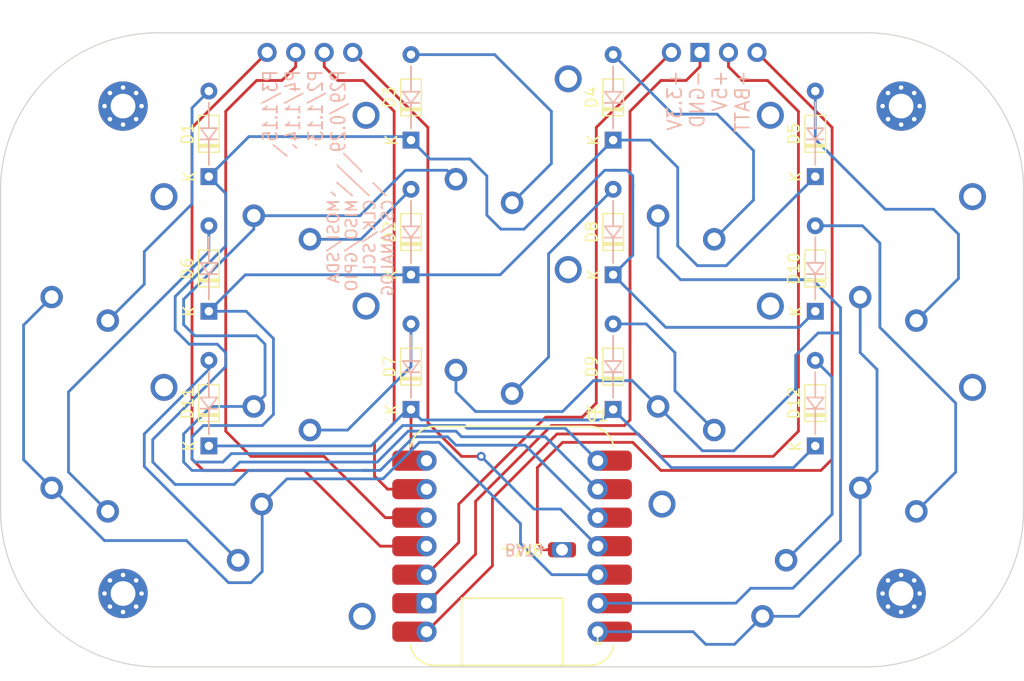
<source format=kicad_pcb>
(kicad_pcb (version 20221018) (generator pcbnew)
  (layers (0 "F.Cu" signal) (31 "B.Cu" signal) (34 "B.Paste" user) (35 "F.Paste" user) (36 "B.SilkS" user "B.Silkscreen") (37 "F.SilkS" user "F.Silkscreen") (38 "B.Mask" user) (39 "F.Mask" user) (44 "Edge.Cuts" user))
  (net 0 "")
  (net 1 "Net-(D1-A)")
  (net 2 "Net-(D2-A)")
  (net 3 "Net-(D3-A)")
  (net 4 "Net-(D4-A)")
  (net 5 "Net-(D5-A)")
  (net 6 "Net-(D6-A)")
  (net 7 "Net-(D8-A)")
  (net 8 "Net-(D9-A)")
  (net 9 "Net-(D10-A)")
  (net 10 "Net-(D11-A)")
  (net 11 "Net-(D12-A)")
  (net 12 "GND")
  (net 13 "SPI-MOSI{slash}I2C-DA")
  (net 14 "SPI-MISO")
  (net 15 "SPI-CK{slash}I2C-CL")
  (net 16 "Net-(D7-A)")
  (net 17 "+5V")
  (net 18 "+3.3V")
  (net 19 "+BATT")
  (net 20 "ROW0")
  (net 21 "ROW1")
  (net 22 "ROW2")
  (net 23 "COL0")
  (net 24 "COL1")
  (net 25 "COL2")
  (net 26 "COL3")
  (net 27 "GPIO{slash}ANALOG")
  (footprint "PCM_marbastlib-xp-choc:SW_choc_v1+v2_1u" (layer "F.Cu") (at 99 76)
    (fp_text reference "CH3" hide)
    (fp_text value "choc_SW_solder" hide)
  )
  (footprint "Diode_THT:D_DO-34_SOD68_P7.62mm_Horizontal" (layer "F.Cu") (at 126 91.565 90)
    (fp_text reference "D10")
    (fp_text value "D_Small")
  )
  (footprint "MountingHole:MountingHole_2.2mm_M2_Pad_Via" (layer "F.Cu") (at 133.643592 116.718592)
    (fp_text reference "H4" hide)
    (fp_text value "MountingHole")
  )
  (footprint "Connector_PinHeader_2.54mm:PinHeader_1x04_P2.54mm_Vertical" (layer "F.Cu") (at 117 68.5 90)
    (fp_text reference "J1" hide)
    (fp_text value "Conn_01x04")
  )
  (footprint "Diode_THT:D_DO-34_SOD68_P7.62mm_Horizontal" (layer "F.Cu") (at 72 103.565 90)
    (fp_text reference "D11")
    (fp_text value "D_Small")
  )
  (footprint "MountingHole:MountingHole_2.2mm_M2_Pad_Via" (layer "F.Cu") (at 64.356408 73.281408)
    (fp_text reference "H1" hide)
    (fp_text value "MountingHole")
  )
  (footprint "Diode_THT:D_DO-34_SOD68_P7.62mm_Horizontal" (layer "F.Cu") (at 90 88.315 90)
    (fp_text reference "D2")
    (fp_text value "D_Small")
  )
  (footprint "Diode_THT:D_DO-34_SOD68_P7.62mm_Horizontal" (layer "F.Cu") (at 126 79.565 90)
    (fp_text reference "D5")
    (fp_text value "D_Small")
  )
  (footprint "PCM_marbastlib-xp-choc:SW_choc_v1+v2_1u" (layer "F.Cu") (at 80.5 113.75 -90)
    (fp_text reference "CH11" hide)
    (fp_text value "choc_SW_solder" hide)
  )
  (footprint "PCM_marbastlib-xp-choc:SW_choc_v1+v2_1u" (layer "F.Cu") (at 81 79.25)
    (fp_text reference "CH2" hide)
    (fp_text value "choc_SW_solder" hide)
  )
  (footprint "Diode_THT:D_DO-34_SOD68_P7.62mm_Horizontal" (layer "F.Cu") (at 108 76.315 90)
    (fp_text reference "D4")
    (fp_text value "D_Small")
  )
  (footprint "PCM_marbastlib-xp-promicroish:Xiao_nRF52840_ACH" (layer "F.Cu") (at 99 112.5 180)
    (fp_text reference "U1")
    (fp_text value "Seeeduino Xiao nRF52840")
  )
  (footprint "Diode_THT:D_DO-34_SOD68_P7.62mm_Horizontal" (layer "F.Cu") (at 72 91.565 90)
    (fp_text reference "D6")
    (fp_text value "D_Small")
  )
  (footprint "PCM_marbastlib-xp-choc:SW_choc_v1+v2_1u" (layer "F.Cu") (at 81 96.25)
    (fp_text reference "CH7" hide)
    (fp_text value "choc_SW_solder" hide)
  )
  (footprint "Diode_THT:D_DO-34_SOD68_P7.62mm_Horizontal" (layer "F.Cu") (at 72 79.565 90)
    (fp_text reference "D1")
    (fp_text value "D_Small")
  )
  (footprint "PCM_marbastlib-xp-choc:SW_choc_v1+v2_1u" (layer "F.Cu") (at 117 96.25)
    (fp_text reference "CH9" hide)
    (fp_text value "choc_SW_solder" hide)
  )
  (footprint "PCM_marbastlib-xp-choc:SW_choc_v1+v2_1u" (layer "F.Cu") (at 135 103.5)
    (fp_text reference "CH10" hide)
    (fp_text value "choc_SW_solder" hide)
  )
  (footprint "PCM_marbastlib-xp-choc:SW_choc_v1+v2_1u" (layer "F.Cu") (at 135 86.5)
    (fp_text reference "CH5" hide)
    (fp_text value "choc_SW_solder" hide)
  )
  (footprint "PCM_marbastlib-xp-choc:SW_choc_v1+v2_1u" (layer "F.Cu") (at 99 93)
    (fp_text reference "CH8" hide)
    (fp_text value "choc_SW_solder" hide)
  )
  (footprint "Diode_THT:D_DO-34_SOD68_P7.62mm_Horizontal" (layer "F.Cu") (at 90 100.315 90)
    (fp_text reference "D7")
    (fp_text value "D_Small")
  )
  (footprint "MountingHole:MountingHole_2.2mm_M2_Pad_Via" (layer "F.Cu") (at 133.643592 73.281408)
    (fp_text reference "H2" hide)
    (fp_text value "MountingHole")
  )
  (footprint "Connector_PinHeader_2.54mm:PinHeader_1x04_P2.54mm_Vertical" (layer "F.Cu") (at 81 68.5 90)
    (fp_text reference "J2" hide)
    (fp_text value "Conn_01x04")
  )
  (footprint "PCM_marbastlib-xp-choc:SW_choc_v1+v2_1u" (layer "F.Cu") (at 117.5 113.75 90)
    (fp_text reference "CH12" hide)
    (fp_text value "choc_SW_solder" hide)
  )
  (footprint "Diode_THT:D_DO-34_SOD68_P7.62mm_Horizontal" (layer "F.Cu") (at 126 103.565 90)
    (fp_text reference "D12")
    (fp_text value "D_Small")
  )
  (footprint "MountingHole:MountingHole_2.2mm_M2_Pad_Via" (layer "F.Cu") (at 64.356408 116.718592)
    (fp_text reference "H3" hide)
    (fp_text value "MountingHole")
  )
  (footprint "Diode_THT:D_DO-34_SOD68_P7.62mm_Horizontal" (layer "F.Cu") (at 90 76.315 90)
    (fp_text reference "D3")
    (fp_text value "D_Small")
  )
  (footprint "Diode_THT:D_DO-34_SOD68_P7.62mm_Horizontal" (layer "F.Cu") (at 108 88.315 90)
    (fp_text reference "D8")
    (fp_text value "D_Small")
  )
  (footprint "Diode_THT:D_DO-34_SOD68_P7.62mm_Horizontal" (layer "F.Cu") (at 108 100.315 90)
    (fp_text reference "D9")
    (fp_text value "D_Small")
  )
  (footprint "PCM_marbastlib-xp-choc:SW_choc_v1+v2_1u" (layer "F.Cu") (at 117 79.25)
    (fp_text reference "CH4" hide)
    (fp_text value "choc_SW_solder" hide)
  )
  (footprint "PCM_marbastlib-xp-choc:SW_choc_v1+v2_1u" (layer "F.Cu") (at 63 86.5)
    (fp_text reference "CH1" hide)
    (fp_text value "choc_SW_solder" hide)
  )
  (footprint "PCM_marbastlib-xp-choc:SW_choc_v1+v2_1u" (layer "F.Cu") (at 63 103.5)
    (fp_text reference "CH6" hide)
    (fp_text value "choc_SW_solder" hide)
  )
  (gr_line (start 87.75 81.25) (end 84 77.5) (stroke (width 0.15)) (layer "B.SilkS"))
  (gr_line (start 72.75 99.25) (end 72 100.25) (stroke (width 0.15)) (layer "B.SilkS"))
  (gr_line (start 108 72) (end 108 69.75) (stroke (width 0.15)) (layer "B.SilkS"))
  (gr_line (start 107.25 73) (end 108.75 73) (stroke (width 0.15)) (layer "B.SilkS"))
  (gr_line (start 71.25 87.25) (end 72.75 87.25) (stroke (width 0.15)) (layer "B.SilkS"))
  (gr_line (start 90 85) (end 89.25 84) (stroke (width 0.15)) (layer "B.SilkS"))
  (gr_line (start 126 88.25) (end 125.25 87.25) (stroke (width 0.15)) (layer "B.SilkS"))
  (gr_line (start 90.75 72) (end 90 73) (stroke (width 0.15)) (layer "B.SilkS"))
  (gr_line (start 125.25 76.25) (end 126.75 76.25) (stroke (width 0.15)) (layer "B.SilkS"))
  (gr_line (start 108 96) (end 108 93.75) (stroke (width 0.15)) (layer "B.SilkS"))
  (gr_line (start 72 88.25) (end 71.25 87.25) (stroke (width 0.15)) (layer "B.SilkS"))
  (gr_line (start 89.25 72) (end 90.75 72) (stroke (width 0.15)) (layer "B.SilkS"))
  (gr_line (start 90 97) (end 89.25 96) (stroke (width 0.15)) (layer "B.SilkS"))
  (gr_line (start 125.25 100.25) (end 126.75 100.25) (stroke (width 0.15)) (layer "B.SilkS"))
  (gr_line (start 125.25 87.25) (end 126.75 87.25) (stroke (width 0.15)) (layer "B.SilkS"))
  (gr_line (start 90 97) (end 90 99.25) (stroke (width 0.15)) (layer "B.SilkS"))
  (gr_line (start 71.25 100.25) (end 72.75 100.25) (stroke (width 0.15)) (layer "B.SilkS"))
  (gr_line (start 72 100.25) (end 72 102.5) (stroke (width 0.15)) (layer "B.SilkS"))
  (gr_line (start 72.75 75.25) (end 72 76.25) (stroke (width 0.15)) (layer "B.SilkS"))
  (gr_line (start 72.75 87.25) (end 72 88.25) (stroke (width 0.15)) (layer "B.SilkS"))
  (gr_line (start 108 85) (end 107.25 84) (stroke (width 0.15)) (layer "B.SilkS"))
  (gr_line (start 89.25 84) (end 90.75 84) (stroke (width 0.15)) (layer "B.SilkS"))
  (gr_line (start 72 99.25) (end 72 97) (stroke (width 0.15)) (layer "B.SilkS"))
  (gr_line (start 83.25 81.25) (end 77.75 76.75) (stroke (width 0.15)) (layer "B.SilkS"))
  (gr_line (start 126.75 75.25) (end 126 76.25) (stroke (width 0.15)) (layer "B.SilkS"))
  (gr_line (start 108 73) (end 108 75.25) (stroke (width 0.15)) (layer "B.SilkS"))
  (gr_line (start 89.25 97) (end 90.75 97) (stroke (width 0.15)) (layer "B.SilkS"))
  (gr_line (start 107.25 97) (end 108.75 97) (stroke (width 0.15)) (layer "B.SilkS"))
  (gr_line (start 90 85) (end 90 87.25) (stroke (width 0.15)) (layer "B.SilkS"))
  (gr_line (start 90.75 96) (end 90 97) (stroke (width 0.15)) (layer "B.SilkS"))
  (gr_line (start 72 88.25) (end 72 90.5) (stroke (width 0.15)) (layer "B.SilkS"))
  (gr_line (start 71.25 75.25) (end 72.75 75.25) (stroke (width 0.15)) (layer "B.SilkS"))
  (gr_line (start 108 97) (end 108 99.25) (stroke (width 0.15)) (layer "B.SilkS"))
  (gr_line (start 71.25 99.25) (end 72.75 99.25) (stroke (width 0.15)) (layer "B.SilkS"))
  (gr_line (start 71.25 76.25) (end 72.75 76.25) (stroke (width 0.15)) (layer "B.SilkS"))
  (gr_line (start 90 73) (end 90 75.25) (stroke (width 0.15)) (layer "B.SilkS"))
  (gr_line (start 126.75 100.25) (end 126 100.25) (stroke (width 0.15)) (layer "B.SilkS"))
  (gr_line (start 126.75 99.25) (end 126 100.25) (stroke (width 0.15)) (layer "B.SilkS"))
  (gr_line (start 108.75 72) (end 108 73) (stroke (width 0.15)) (layer "B.SilkS"))
  (gr_line (start 125.25 99.25) (end 126.75 99.25) (stroke (width 0.15)) (layer "B.SilkS"))
  (gr_line (start 90 96) (end 90 93.75) (stroke (width 0.15)) (layer "B.SilkS"))
  (gr_line (start 108.75 84) (end 108 85) (stroke (width 0.15)) (layer "B.SilkS"))
  (gr_line (start 90 72) (end 90 69.75) (stroke (width 0.15)) (layer "B.SilkS"))
  (gr_line (start 107.25 96) (end 108.75 96) (stroke (width 0.15)) (layer "B.SilkS"))
  (gr_line (start 126 75.25) (end 126 73) (stroke (width 0.15)) (layer "B.SilkS"))
  (gr_line (start 89.25 85) (end 90.75 85) (stroke (width 0.15)) (layer "B.SilkS"))
  (gr_line (start 108.75 96) (end 108 97) (stroke (width 0.15)) (layer "B.SilkS"))
  (gr_line (start 71.25 88.25) (end 72.75 88.25) (stroke (width 0.15)) (layer "B.SilkS"))
  (gr_line (start 125.25 88.25) (end 126.75 88.25) (stroke (width 0.15)) (layer "B.SilkS"))
  (gr_line (start 72 100.25) (end 71.25 99.25) (stroke (width 0.15)) (layer "B.SilkS"))
  (gr_line (start 84.75 81.25) (end 79.5 76.75) (stroke (width 0.15)) (layer "B.SilkS"))
  (gr_line (start 108 85) (end 108 87.25) (stroke (width 0.15)) (layer "B.SilkS"))
  (gr_line (start 107.25 84) (end 108.75 84) (stroke (width 0.15)) (layer "B.SilkS"))
  (gr_line (start 107.25 85) (end 108.75 85) (stroke (width 0.15)) (layer "B.SilkS"))
  (gr_line (start 107.25 72) (end 108.75 72) (stroke (width 0.15)) (layer "B.SilkS"))
  (gr_line (start 108 84) (end 108 81.75) (stroke (width 0.15)) (layer "B.SilkS"))
  (gr_line (start 126 100.25) (end 125.25 99.25) (stroke (width 0.15)) (layer "B.SilkS"))
  (gr_line (start 126 76.25) (end 126 78.5) (stroke (width 0.15)) (layer "B.SilkS"))
  (gr_line (start 126.75 87.25) (end 126 88.25) (stroke (width 0.15)) (layer "B.SilkS"))
  (gr_line (start 90.75 84) (end 90 85) (stroke (width 0.15)) (layer "B.SilkS"))
  (gr_line (start 126 99.25) (end 126 97) (stroke (width 0.15)) (layer "B.SilkS"))
  (gr_line (start 72 76.25) (end 71.25 75.25) (stroke (width 0.15)) (layer "B.SilkS"))
  (gr_line (start 90 73) (end 89.25 72) (stroke (width 0.15)) (layer "B.SilkS"))
  (gr_line (start 72 76.25) (end 72 78.5) (stroke (width 0.15)) (layer "B.SilkS"))
  (gr_line (start 108 97) (end 107.25 96) (stroke (width 0.15)) (layer "B.SilkS"))
  (gr_line (start 86.25 81.25) (end 81.5 76.75) (stroke (width 0.15)) (layer "B.SilkS"))
  (gr_line (start 126 88.25) (end 126 90.5) (stroke (width 0.15)) (layer "B.SilkS"))
  (gr_line (start 89.25 73) (end 90.75 73) (stroke (width 0.15)) (layer "B.SilkS"))
  (gr_line (start 125.25 75.25) (end 126.75 75.25) (stroke (width 0.15)) (layer "B.SilkS"))
  (gr_line (start 72 87.25) (end 72 85) (stroke (width 0.15)) (layer "B.SilkS"))
  (gr_line (start 89.25 96) (end 90.75 96) (stroke (width 0.15)) (layer "B.SilkS"))
  (gr_line (start 126 87.25) (end 126 85) (stroke (width 0.15)) (layer "B.SilkS"))
  (gr_line (start 108 73) (end 107.25 72) (stroke (width 0.15)) (layer "B.SilkS"))
  (gr_line (start 90 84) (end 90 81.75) (stroke (width 0.15)) (layer "B.SilkS"))
  (gr_line (start 126 100.25) (end 126 102.5) (stroke (width 0.15)) (layer "B.SilkS"))
  (gr_line (start 126 76.25) (end 125.25 75.25) (stroke (width 0.15)) (layer "B.SilkS"))
  (gr_line (start 72 75.25) (end 72 73) (stroke (width 0.15)) (layer "B.SilkS"))
  (gr_arc (start 53.45 80.75) (mid 57.550505 70.850505) (end 67.45 66.75) (stroke (width 0.1)) (layer "Edge.Cuts"))
  (gr_line (start 67.45 66.75) (end 130.55 66.75) (stroke (width 0.1)) (layer "Edge.Cuts"))
  (gr_arc (start 130.55 66.75) (mid 140.449495 70.850505) (end 144.55 80.75) (stroke (width 0.1)) (layer "Edge.Cuts"))
  (gr_line (start 130.55 123.25) (end 67.45 123.25) (stroke (width 0.1)) (layer "Edge.Cuts"))
  (gr_arc (start 67.45 123.25) (mid 57.550505 119.149495) (end 53.45 109.25) (stroke (width 0.1)) (layer "Edge.Cuts"))
  (gr_line (start 144.55 80.75) (end 144.55 109.25) (stroke (width 0.1)) (layer "Edge.Cuts"))
  (gr_line (start 53.45 109.25) (end 53.45 80.75) (stroke (width 0.1)) (layer "Edge.Cuts"))
  (gr_arc (start 144.55 109.25) (mid 140.449495 119.149495) (end 130.55 123.25) (stroke (width 0.1)) (layer "Edge.Cuts"))
  (gr_text "MOSI/SDA\nMISO/GPIO\nCLK/SCL\nCS/ANALOG" (at 88.5 81.5 90) (layer "B.SilkS") (effects (font (size 1 1)) (justify left bottom mirror)))
  (gr_text "+3.3V\n-GND\n+5V\n+BATT" (at 116.5 70 90) (layer "B.SilkS") (effects (font (size 1.25 1.2)) (justify left mirror)))
  (gr_text "P3/1.15\nP4/1.14\nP2/1.13\nP29/0.29" (at 80.5 70 90) (layer "B.SilkS") (effects (font (size 1.25 1)) (justify left mirror)))
  (segment (start 66.25 89.15) (end 66.25 86.25) (width 0.25) (layer "B.Cu") (net 1))
  (segment (start 70.5 73.445) (end 72 71.945) (width 0.25) (layer "B.Cu") (net 1))
  (segment (start 66.25 86.25) (end 70.5 82) (width 0.25) (layer "B.Cu") (net 1))
  (segment (start 70.5 82) (end 70.5 73.445) (width 0.25) (layer "B.Cu") (net 1))
  (segment (start 63 92.4) (end 66.25 89.15) (width 0.25) (layer "B.Cu") (net 1))
  (segment (start 90 80.695) (end 85.545 85.15) (width 0.25) (layer "B.Cu") (net 2))
  (segment (start 85.545 85.15) (end 81 85.15) (width 0.25) (layer "B.Cu") (net 2))
  (segment (start 97.445 68.695) (end 90 68.695) (width 0.25) (layer "B.Cu") (net 3))
  (segment (start 102.5 78.4) (end 102.5 73.75) (width 0.25) (layer "B.Cu") (net 3))
  (segment (start 99 81.9) (end 102.5 78.4) (width 0.25) (layer "B.Cu") (net 3))
  (segment (start 102.5 73.75) (end 97.445 68.695) (width 0.25) (layer "B.Cu") (net 3))
  (segment (start 117 85.15) (end 120.5 81.65) (width 0.25) (layer "B.Cu") (net 4))
  (segment (start 113.305 74) (end 108 68.695) (width 0.25) (layer "B.Cu") (net 4))
  (segment (start 117.25 74) (end 113.305 74) (width 0.25) (layer "B.Cu") (net 4))
  (segment (start 120.5 77.25) (end 117.25 74) (width 0.25) (layer "B.Cu") (net 4))
  (segment (start 120.5 81.65) (end 120.5 77.25) (width 0.25) (layer "B.Cu") (net 4))
  (segment (start 138.75 84.695) (end 138.75 88.65) (width 0.25) (layer "B.Cu") (net 5))
  (segment (start 132.2225 82.4725) (end 136.5275 82.4725) (width 0.25) (layer "B.Cu") (net 5))
  (segment (start 126 71.945) (end 126 76.25) (width 0.25) (layer "B.Cu") (net 5))
  (segment (start 136.5275 82.4725) (end 138.75 84.695) (width 0.25) (layer "B.Cu") (net 5))
  (segment (start 138.75 88.65) (end 135 92.4) (width 0.25) (layer "B.Cu") (net 5))
  (segment (start 126 76.25) (end 132.2225 82.4725) (width 0.25) (layer "B.Cu") (net 5))
  (segment (start 59.5 105.9) (end 59.5 98.75) (width 0.25) (layer "B.Cu") (net 6))
  (segment (start 63 109.4) (end 59.5 105.9) (width 0.25) (layer "B.Cu") (net 6))
  (segment (start 59.5 98.75) (end 72 86.25) (width 0.25) (layer "B.Cu") (net 6))
  (segment (start 72 86.25) (end 72 83.945) (width 0.25) (layer "B.Cu") (net 6))
  (segment (start 108 80.695) (end 102.25 86.445) (width 0.25) (layer "B.Cu") (net 7))
  (segment (start 102.25 86.445) (end 102.25 95.65) (width 0.25) (layer "B.Cu") (net 7))
  (segment (start 102.25 95.65) (end 99 98.9) (width 0.25) (layer "B.Cu") (net 7))
  (segment (start 117 102.15) (end 113.5 98.65) (width 0.25) (layer "B.Cu") (net 8))
  (segment (start 113.5 98.65) (end 113.5 95.25) (width 0.25) (layer "B.Cu") (net 8))
  (segment (start 113.5 95.25) (end 110.945 92.695) (width 0.25) (layer "B.Cu") (net 8))
  (segment (start 110.945 92.695) (end 108 92.695) (width 0.25) (layer "B.Cu") (net 8))
  (segment (start 138.5 105.9) (end 138.5 99.75) (width 0.25) (layer "B.Cu") (net 9))
  (segment (start 138.5 99.75) (end 131.75 93) (width 0.25) (layer "B.Cu") (net 9))
  (segment (start 131.75 93) (end 131.75 85.5) (width 0.25) (layer "B.Cu") (net 9))
  (segment (start 130.195 83.945) (end 126 83.945) (width 0.25) (layer "B.Cu") (net 9))
  (segment (start 131.75 85.5) (end 130.195 83.945) (width 0.25) (layer "B.Cu") (net 9))
  (segment (start 135 109.4) (end 138.5 105.9) (width 0.25) (layer "B.Cu") (net 9))
  (segment (start 72 96.75) (end 72 95.945) (width 0.25) (layer "B.Cu") (net 10))
  (segment (start 66.25 105.4) (end 66.25 102.5) (width 0.25) (layer "B.Cu") (net 10))
  (segment (start 74.6 113.75) (end 66.25 105.4) (width 0.25) (layer "B.Cu") (net 10))
  (segment (start 66.25 102.5) (end 72 96.75) (width 0.25) (layer "B.Cu") (net 10))
  (segment (start 127.5 97.445) (end 126 95.945) (width 0.25) (layer "B.Cu") (net 11))
  (segment (start 123.4 113.75) (end 127.5 109.65) (width 0.25) (layer "B.Cu") (net 11))
  (segment (start 127.5 109.65) (end 127.5 97.445) (width 0.25) (layer "B.Cu") (net 11))
  (segment (start 109.5 101.25) (end 109.5 73.75) (width 0.25) (layer "F.Cu") (net 12))
  (segment (start 102.5 101.75) (end 109 101.75) (width 0.25) (layer "F.Cu") (net 12))
  (segment (start 115.73 69.77) (end 115.73 68.5) (width 0.25) (layer "F.Cu") (net 12))
  (segment (start 114.5 71) (end 115.73 69.77) (width 0.25) (layer "F.Cu") (net 12))
  (segment (start 112.25 71) (end 114.5 71) (width 0.25) (layer "F.Cu") (net 12))
  (segment (start 95.75 113.21) (end 95.75 108.5) (width 0.25) (layer "F.Cu") (net 12))
  (segment (start 95.75 108.5) (end 102.5 101.75) (width 0.25) (layer "F.Cu") (net 12))
  (segment (start 109.5 73.75) (end 112.25 71) (width 0.25) (layer "F.Cu") (net 12))
  (segment (start 109 101.75) (end 109.5 101.25) (width 0.25) (layer "F.Cu") (net 12))
  (segment (start 91.38 117.58) (end 95.75 113.21) (width 0.25) (layer "F.Cu") (net 12))
  (segment (start 70.5 75.19) (end 70.5 104.75) (width 0.25) (layer "F.Cu") (net 13))
  (segment (start 87.25 112.5) (end 91.38 112.5) (width 0.25) (layer "F.Cu") (net 13))
  (segment (start 71.5 105.75) (end 80.5 105.75) (width 0.25) (layer "F.Cu") (net 13))
  (segment (start 70.5 104.75) (end 71.5 105.75) (width 0.25) (layer "F.Cu") (net 13))
  (segment (start 80.5 105.75) (end 87.25 112.5) (width 0.25) (layer "F.Cu") (net 13))
  (segment (start 77.19 68.5) (end 70.5 75.19) (width 0.25) (layer "F.Cu") (net 13))
  (segment (start 76.25 71) (end 73.5 73.75) (width 0.25) (layer "F.Cu") (net 14))
  (segment (start 79.73 69.77) (end 78.5 71) (width 0.25) (layer "F.Cu") (net 14))
  (segment (start 73.5 102.25) (end 75.75 104.5) (width 0.25) (layer "F.Cu") (net 14))
  (segment (start 82.25 104.5) (end 80.5 104.5) (width 0.25) (layer "F.Cu") (net 14))
  (segment (start 78.5 71) (end 76.25 71) (width 0.25) (layer "F.Cu") (net 14))
  (segment (start 79.73 68.5) (end 79.73 69.77) (width 0.25) (layer "F.Cu") (net 14))
  (segment (start 87.71 109.96) (end 82.25 104.5) (width 0.25) (layer "F.Cu") (net 14))
  (segment (start 75.75 104.5) (end 80.5 104.5) (width 0.25) (layer "F.Cu") (net 14))
  (segment (start 73.5 73.75) (end 73.5 102.25) (width 0.25) (layer "F.Cu") (net 14))
  (segment (start 90.08 109.96) (end 87.71 109.96) (width 0.25) (layer "F.Cu") (net 14))
  (segment (start 87.96 109.96) (end 91.38 109.96) (width 0.25) (layer "F.Cu") (net 14))
  (segment (start 86.75 106.25) (end 86.75 103.25) (width 0.25) (layer "F.Cu") (net 15))
  (segment (start 88.5 73.75) (end 85.75 71) (width 0.25) (layer "F.Cu") (net 15))
  (segment (start 85.75 71) (end 83.5 71) (width 0.25) (layer "F.Cu") (net 15))
  (segment (start 88.5 101.5) (end 88.5 73.75) (width 0.25) (layer "F.Cu") (net 15))
  (segment (start 86.75 103.25) (end 88.5 101.5) (width 0.25) (layer "F.Cu") (net 15))
  (segment (start 83.5 71) (end 82.27 69.77) (width 0.25) (layer "F.Cu") (net 15))
  (segment (start 82.27 69.77) (end 82.27 68.5) (width 0.25) (layer "F.Cu") (net 15))
  (segment (start 91.38 107.42) (end 87.92 107.42) (width 0.25) (layer "F.Cu") (net 15))
  (segment (start 87.92 107.42) (end 86.75 106.25) (width 0.25) (layer "F.Cu") (net 15))
  (segment (start 90 92.695) (end 90 96.5) (width 0.25) (layer "B.Cu") (net 16))
  (segment (start 84.35 102.15) (end 81 102.15) (width 0.25) (layer "B.Cu") (net 16))
  (segment (start 90 96.5) (end 84.35 102.15) (width 0.25) (layer "B.Cu") (net 16))
  (segment (start 124.5 73.75) (end 121.75 71) (width 0.25) (layer "F.Cu") (net 17))
  (segment (start 119.5 71) (end 118.27 69.77) (width 0.25) (layer "F.Cu") (net 17))
  (segment (start 103 102.5) (end 110.25 102.5) (width 0.25) (layer "F.Cu") (net 17))
  (segment (start 124.5 102.25) (end 124.5 73.75) (width 0.25) (layer "F.Cu") (net 17))
  (segment (start 112.25 104.5) (end 122.25 104.5) (width 0.25) (layer "F.Cu") (net 17))
  (segment (start 97.25 108.25) (end 103 102.5) (width 0.25) (layer "F.Cu") (net 17))
  (segment (start 121.75 71) (end 119.5 71) (width 0.25) (layer "F.Cu") (net 17))
  (segment (start 118.27 69.77) (end 118.27 68.5) (width 0.25) (layer "F.Cu") (net 17))
  (segment (start 97.25 114.25) (end 97.25 108.25) (width 0.25) (layer "F.Cu") (net 17))
  (segment (start 122.25 104.5) (end 124.5 102.25) (width 0.25) (layer "F.Cu") (net 17))
  (segment (start 110.25 102.5) (end 112.25 104.5) (width 0.25) (layer "F.Cu") (net 17))
  (segment (start 91.38 120.12) (end 97.25 114.25) (width 0.25) (layer "F.Cu") (net 17))
  (segment (start 106.5 99.75) (end 106.5 75.18) (width 0.25) (layer "F.Cu") (net 18))
  (segment (start 94.25 112.17) (end 94.25 108.75) (width 0.25) (layer "F.Cu") (net 18))
  (segment (start 106.5 75.18) (end 113.18 68.5) (width 0.25) (layer "F.Cu") (net 18))
  (segment (start 94.25 108.75) (end 102 101) (width 0.25) (layer "F.Cu") (net 18))
  (segment (start 105.25 101) (end 106.5 99.75) (width 0.25) (layer "F.Cu") (net 18))
  (segment (start 91.38 115.04) (end 94.25 112.17) (width 0.25) (layer "F.Cu") (net 18))
  (segment (start 102 101) (end 105.25 101) (width 0.25) (layer "F.Cu") (net 18))
  (segment (start 109.75 103.25) (end 112.25 105.75) (width 0.25) (layer "F.Cu") (net 19))
  (segment (start 101.8175 112.8175) (end 101.25 112.25) (width 0.25) (layer "F.Cu") (net 19))
  (segment (start 127.5 75.19) (end 120.81 68.5) (width 0.25) (layer "F.Cu") (net 19))
  (segment (start 112.25 105.75) (end 126.5 105.75) (width 0.25) (layer "F.Cu") (net 19))
  (segment (start 126.5 105.75) (end 127.5 104.75) (width 0.25) (layer "F.Cu") (net 19))
  (segment (start 101.25 105.5) (end 103.5 103.25) (width 0.25) (layer "F.Cu") (net 19))
  (segment (start 127.5 104.75) (end 127.5 75.19) (width 0.25) (layer "F.Cu") (net 19))
  (segment (start 101.25 112.25) (end 101.25 105.5) (width 0.25) (layer "F.Cu") (net 19))
  (segment (start 103.5 103.25) (end 109.75 103.25) (width 0.25) (layer "F.Cu") (net 19))
  (segment (start 103.445002 112.8175) (end 101.8175 112.8175) (width 0.25) (layer "F.Cu") (net 19))
  (segment (start 87.25 105.75) (end 90.25 102.75) (width 0.25) (layer "B.Cu") (net 20))
  (segment (start 67 105) (end 67 103) (width 0.25) (layer "B.Cu") (net 20))
  (segment (start 95.25 78) (end 96.75 79.5) (width 0.25) (layer "B.Cu") (net 20))
  (segment (start 96.75 83) (end 98 84.25) (width 0.25) (layer "B.Cu") (net 20))
  (segment (start 113.75 78.75) (end 113.75 85.75) (width 0.25) (layer "B.Cu") (net 20))
  (segment (start 75.5 105.75) (end 74.25 107) (width 0.25) (layer "B.Cu") (net 20))
  (segment (start 91.685 78) (end 95.25 78) (width 0.25) (layer "B.Cu") (net 20))
  (segment (start 73.5 96.5) (end 73.5 95.25) (width 0.25) (layer "B.Cu") (net 20))
  (segment (start 96.75 79.5) (end 96.75 83) (width 0.25) (layer "B.Cu") (net 20))
  (segment (start 74.25 107) (end 69 107) (width 0.25) (layer "B.Cu") (net 20))
  (segment (start 73.5 95.25) (end 72.75 94.5) (width 0.25) (layer "B.Cu") (net 20))
  (segment (start 85.75 105.75) (end 75.5 105.75) (width 0.25) (layer "B.Cu") (net 20))
  (segment (start 100.065 84.25) (end 108 76.315) (width 0.25) (layer "B.Cu") (net 20))
  (segment (start 72.75 94.5) (end 70.25 94.5) (width 0.25) (layer "B.Cu") (net 20))
  (segment (start 86.25 105.75) (end 85.75 105.75) (width 0.25) (layer "B.Cu") (net 20))
  (segment (start 94 103.5) (end 100.16 103.5) (width 0.25) (layer "B.Cu") (net 20))
  (segment (start 70.25 94.5) (end 69 93.25) (width 0.25) (layer "B.Cu") (net 20))
  (segment (start 89.685 76) (end 90 76.315) (width 0.25) (layer "B.Cu") (net 20))
  (segment (start 73.5 81.065) (end 72 79.565) (width 0.25) (layer "B.Cu") (net 20))
  (segment (start 69 90.25) (end 73.5 85.75) (width 0.25) (layer "B.Cu") (net 20))
  (segment (start 108 76.315) (end 111.315 76.315) (width 0.25) (layer "B.Cu") (net 20))
  (segment (start 90.25 102.75) (end 93.25 102.75) (width 0.25) (layer "B.Cu") (net 20))
  (segment (start 67 103) (end 73.5 96.5) (width 0.25) (layer "B.Cu") (net 20))
  (segment (start 90 76.315) (end 91.685 78) (width 0.25) (layer "B.Cu") (net 20))
  (segment (start 118.065 87.5) (end 126 79.565) (width 0.25) (layer "B.Cu") (net 20))
  (segment (start 98 84.25) (end 100.065 84.25) (width 0.25) (layer "B.Cu") (net 20))
  (segment (start 69 107) (end 67 105) (width 0.25) (layer "B.Cu") (net 20))
  (segment (start 73.5 85.75) (end 73.5 81.065) (width 0.25) (layer "B.Cu") (net 20))
  (segment (start 113.75 85.75) (end 115.5 87.5) (width 0.25) (layer "B.Cu") (net 20))
  (segment (start 100.16 103.5) (end 106.62 109.96) (width 0.25) (layer "B.Cu") (net 20))
  (segment (start 72 79.565) (end 75.565 76) (width 0.25) (layer "B.Cu") (net 20))
  (segment (start 111.315 76.315) (end 113.75 78.75) (width 0.25) (layer "B.Cu") (net 20))
  (segment (start 85.75 105.75) (end 87.25 105.75) (width 0.25) (layer "B.Cu") (net 20))
  (segment (start 115.5 87.5) (end 118.065 87.5) (width 0.25) (layer "B.Cu") (net 20))
  (segment (start 69 93.25) (end 69 90.25) (width 0.25) (layer "B.Cu") (net 20))
  (segment (start 75.565 76) (end 89.685 76) (width 0.25) (layer "B.Cu") (net 20))
  (segment (start 93.25 102.75) (end 94 103.5) (width 0.25) (layer "B.Cu") (net 20))
  (segment (start 103.74 102) (end 106.62 104.88) (width 0.25) (layer "B.Cu") (net 21))
  (segment (start 76.75 101.75) (end 71.5 101.75) (width 0.25) (layer "B.Cu") (net 21))
  (segment (start 73.25 105) (end 74 104.25) (width 0.25) (layer "B.Cu") (net 21))
  (segment (start 77.75 94) (end 77.75 100.75) (width 0.25) (layer "B.Cu") (net 21))
  (segment (start 70.5 102.75) (end 70.5 104.75) (width 0.25) (layer "B.Cu") (net 21))
  (segment (start 72 91.565) (end 75.315 91.565) (width 0.25) (layer "B.Cu") (net 21))
  (segment (start 108.5 79) (end 108 79) (width 0.25) (layer "B.Cu") (net 21))
  (segment (start 107.25 79) (end 97.935 88.315) (width 0.25) (layer "B.Cu") (net 21))
  (segment (start 90 88.315) (end 75.25 88.315) (width 0.25) (layer "B.Cu") (net 21))
  (segment (start 75.25 88.315) (end 72 91.565) (width 0.25) (layer "B.Cu") (net 21))
  (segment (start 74 104.25) (end 86.75 104.25) (width 0.25) (layer "B.Cu") (net 21))
  (segment (start 70.5 104.75) (end 70.75 105) (width 0.25) (layer "B.Cu") (net 21))
  (segment (start 71.5 101.75) (end 70.5 102.75) (width 0.25) (layer "B.Cu") (net 21))
  (segment (start 107.75 79) (end 107.25 79) (width 0.25) (layer "B.Cu") (net 21))
  (segment (start 70.75 105) (end 73.25 105) (width 0.25) (layer "B.Cu") (net 21))
  (segment (start 109.75 80.25) (end 109.75 80.5) (width 0.25) (layer "B.Cu") (net 21))
  (segment (start 94.75 101.75) (end 95 102) (width 0.25) (layer "B.Cu") (net 21))
  (segment (start 109.25 79) (end 109.75 79.5) (width 0.25) (layer "B.Cu") (net 21))
  (segment (start 77.75 100.75) (end 76.75 101.75) (width 0.25) (layer "B.Cu") (net 21))
  (segment (start 86.75 104.25) (end 89.25 101.75) (width 0.25) (layer "B.Cu") (net 21))
  (segment (start 108 79) (end 107.75 79) (width 0.25) (layer "B.Cu") (net 21))
  (segment (start 75.315 91.565) (end 77.75 94) (width 0.25) (layer "B.Cu") (net 21))
  (segment (start 108 88.315) (end 112.685 93) (width 0.25) (layer "B.Cu") (net 21))
  (segment (start 97.935 88.315) (end 90 88.315) (width 0.25) (layer "B.Cu") (net 21))
  (segment (start 109.75 80.5) (end 109.75 86.565) (width 0.25) (layer "B.Cu") (net 21))
  (segment (start 109.75 79.5) (end 109.75 80.5) (width 0.25) (layer "B.Cu") (net 21))
  (segment (start 89.25 101.75) (end 94.75 101.75) (width 0.25) (layer "B.Cu") (net 21))
  (segment (start 109.75 86.565) (end 108 88.315) (width 0.25) (layer "B.Cu") (net 21))
  (segment (start 124.565 93) (end 126 91.565) (width 0.25) (layer "B.Cu") (net 21))
  (segment (start 108 79) (end 109.25 79) (width 0.25) (layer "B.Cu") (net 21))
  (segment (start 95 102) (end 103.74 102) (width 0.25) (layer "B.Cu") (net 21))
  (segment (start 112.685 93) (end 124.565 93) (width 0.25) (layer "B.Cu") (net 21))
  (segment (start 90 104.8) (end 90.08 104.88) (width 0.25) (layer "F.Cu") (net 22))
  (segment (start 90 100.315) (end 90 104.8) (width 0.25) (layer "F.Cu") (net 22))
  (segment (start 91.38 104.88) (end 91.5 104.76) (width 0.25) (layer "F.Cu") (net 22))
  (segment (start 89.685 100.315) (end 90 100.315) (width 0.25) (layer "B.Cu") (net 22))
  (segment (start 86.435 103.565) (end 89.685 100.315) (width 0.25) (layer "B.Cu") (net 22))
  (segment (start 108 100.315) (end 107.065 101.25) (width 0.25) (layer "B.Cu") (net 22))
  (segment (start 90.935 101.25) (end 90 100.315) (width 0.25) (layer "B.Cu") (net 22))
  (segment (start 124.065 105.5) (end 126 103.565) (width 0.25) (layer "B.Cu") (net 22))
  (segment (start 72 103.565) (end 86.435 103.565) (width 0.25) (layer "B.Cu") (net 22))
  (segment (start 108 100.315) (end 113.185 105.5) (width 0.25) (layer "B.Cu") (net 22))
  (segment (start 107.065 101.25) (end 90.935 101.25) (width 0.25) (layer "B.Cu") (net 22))
  (segment (start 113.185 105.5) (end 124.065 105.5) (width 0.25) (layer "B.Cu") (net 22))
  (segment (start 99.75 110.5) (end 92.5 103.25) (width 0.25) (layer "B.Cu") (net 23))
  (segment (start 58 107.3) (end 55.5 104.8) (width 0.25) (layer "B.Cu") (net 23))
  (segment (start 92.5 103.25) (end 90.75 103.25) (width 0.25) (layer "B.Cu") (net 23))
  (segment (start 55.5 92.8) (end 58 90.3) (width 0.25) (layer "B.Cu") (net 23))
  (segment (start 87.5 106.5) (end 78.95 106.5) (width 0.25) (layer "B.Cu") (net 23))
  (segment (start 55.5 104.8) (end 55.5 92.8) (width 0.25) (layer "B.Cu") (net 23))
  (segment (start 76.75 114.75) (end 76.75 108.8) (width 0.25) (layer "B.Cu") (net 23))
  (segment (start 102.54 115.04) (end 99.75 112.25) (width 0.25) (layer "B.Cu") (net 23))
  (segment (start 78.95 106.5) (end 76.7 108.75) (width 0.25) (layer "B.Cu") (net 23))
  (segment (start 76.75 108.8) (end 76.7 108.75) (width 0.25) (layer "B.Cu") (net 23))
  (segment (start 75.75 115.75) (end 76.75 114.75) (width 0.25) (layer "B.Cu") (net 23))
  (segment (start 62.7 112) (end 70 112) (width 0.25) (layer "B.Cu") (net 23))
  (segment (start 73.75 115.75) (end 75.75 115.75) (width 0.25) (layer "B.Cu") (net 23))
  (segment (start 99.75 112.25) (end 99.75 110.5) (width 0.25) (layer "B.Cu") (net 23))
  (segment (start 58 107.3) (end 62.7 112) (width 0.25) (layer "B.Cu") (net 23))
  (segment (start 106.62 115.04) (end 102.54 115.04) (width 0.25) (layer "B.Cu") (net 23))
  (segment (start 70 112) (end 73.75 115.75) (width 0.25) (layer "B.Cu") (net 23))
  (segment (start 90.75 103.25) (end 87.5 106.5) (width 0.25) (layer "B.Cu") (net 23))
  (segment (start 69.75 92.75) (end 69.75 90.5) (width 0.25) (layer "B.Cu") (net 24))
  (segment (start 69.75 90.5) (end 76 84.25) (width 0.25) (layer "B.Cu") (net 24))
  (segment (start 74 105.75) (end 74.75 105) (width 0.25) (layer "B.Cu") (net 24))
  (segment (start 72.2 100.05) (end 69.75 102.5) (width 0.25) (layer "B.Cu") (net 24))
  (segment (start 94 79.8) (end 93.2 79) (width 0.25) (layer "B.Cu") (net 24))
  (segment (start 76 84.25) (end 76 83.05) (width 0.25) (layer "B.Cu") (net 24))
  (segment (start 77 99.05) (end 77 94.5) (width 0.25) (layer "B.Cu") (net 24))
  (segment (start 87 105) (end 89.75 102.25) (width 0.25) (layer "B.Cu") (net 24))
  (segment (start 70.5 105.75) (end 74 105.75) (width 0.25) (layer "B.Cu") (net 24))
  (segment (start 85.45 83.05) (end 76 83.05) (width 0.25) (layer "B.Cu") (net 24))
  (segment (start 93.2 79) (end 89.5 79) (width 0.25) (layer "B.Cu") (net 24))
  (segment (start 76 100.05) (end 77 99.05) (width 0.25) (layer "B.Cu") (net 24))
  (segment (start 89.5 79) (end 85.45 83.05) (width 0.25) (layer "B.Cu") (net 24))
  (segment (start 94.5 102.75) (end 101.95 102.75) (width 0.25) (layer "B.Cu") (net 24))
  (segment (start 76 100.05) (end 72.2 100.05) (width 0.25) (layer "B.Cu") (net 24))
  (segment (start 69.75 102.5) (end 69.75 105) (width 0.25) (layer "B.Cu") (net 24))
  (segment (start 77 94.5) (end 76.25 93.75) (width 0.25) (layer "B.Cu") (net 24))
  (segment (start 89.75 102.25) (end 94 102.25) (width 0.25) (layer "B.Cu") (net 24))
  (segment (start 94 102.25) (end 94.5 102.75) (width 0.25) (layer "B.Cu") (net 24))
  (segment (start 76.25 93.75) (end 70.75 93.75) (width 0.25) (layer "B.Cu") (net 24))
  (segment (start 74.75 105) (end 87 105) (width 0.25) (layer "B.Cu") (net 24))
  (segment (start 101.95 102.75) (end 106.62 107.42) (width 0.25) (layer "B.Cu") (net 24))
  (segment (start 70.75 93.75) (end 69.75 92.75) (width 0.25) (layer "B.Cu") (net 24))
  (segment (start 69.75 105) (end 70.5 105.75) (width 0.25) (layer "B.Cu") (net 24))
  (segment (start 124 116.25) (end 128.25 112) (width 0.25) (layer "B.Cu") (net 25))
  (segment (start 120.25 116.25) (end 124 116.25) (width 0.25) (layer "B.Cu") (net 25))
  (segment (start 114 88.75) (end 112 86.75) (width 0.25) (layer "B.Cu") (net 25))
  (segment (start 124.25 95.5) (end 125.75 94) (width 0.25) (layer "B.Cu") (net 25))
  (segment (start 128.25 112) (end 128.25 93.5) (width 0.25) (layer "B.Cu") (net 25))
  (segment (start 95.75 100.5) (end 94 98.75) (width 0.25) (layer "B.Cu") (net 25))
  (segment (start 127.5 90.5) (end 128.25 91.25) (width 0.25) (layer "B.Cu") (net 25))
  (segment (start 118.75 104) (end 124.25 98.5) (width 0.25) (layer "B.Cu") (net 25))
  (segment (start 118.92 117.58) (end 120.25 116.25) (width 0.25) (layer "B.Cu") (net 25))
  (segment (start 112 86.75) (end 112 83.05) (width 0.25) (layer "B.Cu") (net 25))
  (segment (start 112 100.05) (end 115.95 104) (width 0.25) (layer "B.Cu") (net 25))
  (segment (start 125.75 94) (end 126.25 93.5) (width 0.25) (layer "B.Cu") (net 25))
  (segment (start 128.25 91.25) (end 128.25 93) (width 0.25) (layer "B.Cu") (net 25))
  (segment (start 124.25 98.5) (end 124.25 95.5) (width 0.25) (layer "B.Cu") (net 25))
  (segment (start 112 100.05) (end 109.7 97.75) (width 0.25) (layer "B.Cu") (net 25))
  (segment (start 128.25 91.5) (end 128.25 91.25) (width 0.25) (layer "B.Cu") (net 25))
  (segment (start 94 98.75) (end 94 96.8) (width 0.25) (layer "B.Cu") (net 25))
  (segment (start 103.5 100.5) (end 95.75 100.5) (width 0.25) (layer "B.Cu") (net 25))
  (segment (start 115.95 104) (end 118.75 104) (width 0.25) (layer "B.Cu") (net 25))
  (segment (start 109.7 97.75) (end 106.25 97.75) (width 0.25) (layer "B.Cu") (net 25))
  (segment (start 128.25 93.5) (end 128.25 93) (width 0.25) (layer "B.Cu") (net 25))
  (segment (start 127.5 90.5) (end 125.75 88.75) (width 0.25) (layer "B.Cu") (net 25))
  (segment (start 106.25 97.75) (end 103.5 100.5) (width 0.25) (layer "B.Cu") (net 25))
  (segment (start 125.75 88.75) (end 114 88.75) (width 0.25) (layer "B.Cu") (net 25))
  (segment (start 126.25 93.5) (end 128.25 93.5) (width 0.25) (layer "B.Cu") (net 25))
  (segment (start 106.62 117.58) (end 118.92 117.58) (width 0.25) (layer "B.Cu") (net 25))
  (segment (start 121.3 118.75) (end 124.5 118.75) (width 0.25) (layer "B.Cu") (net 26))
  (segment (start 124.5 118.75) (end 130 113.25) (width 0.25) (layer "B.Cu") (net 26))
  (segment (start 106.62 120.12) (end 115.12 120.12) (width 0.25) (layer "B.Cu") (net 26))
  (segment (start 118.8 121.25) (end 121.3 118.75) (width 0.25) (layer "B.Cu") (net 26))
  (segment (start 130 113.25) (end 130 107.3) (width 0.25) (layer "B.Cu") (net 26))
  (segment (start 115.12 120.12) (end 116.25 121.25) (width 0.25) (layer "B.Cu") (net 26))
  (segment (start 131.5 105.8) (end 131.5 96.75) (width 0.25) (layer "B.Cu") (net 26))
  (segment (start 116.25 121.25) (end 118.8 121.25) (width 0.25) (layer "B.Cu") (net 26))
  (segment (start 130 107.3) (end 131.5 105.8) (width 0.25) (layer "B.Cu") (net 26))
  (segment (start 130 95.25) (end 130 90.3) (width 0.25) (layer "B.Cu") (net 26))
  (segment (start 131.5 96.75) (end 130 95.25) (width 0.25) (layer "B.Cu") (net 26))
  (segment (start 84.82 68.5) (end 91.5 75.18) (width 0.25) (layer "F.Cu") (net 27))
  (segment (start 92.75 102.75) (end 91.5 101.5) (width 0.25) (layer "F.Cu") (net 27))
  (segment (start 91.5 75.18) (end 91.5 101.5) (width 0.25) (layer "F.Cu") (net 27))
  (segment (start 94.5 104.5) (end 92.75 102.75) (width 0.25) (layer "F.Cu") (net 27))
  (segment (start 96.25 104.5) (end 94.5 104.5) (width 0.25) (layer "F.Cu") (net 27))
  (via (at 96.25 104.5) (size 0.8) (drill 0.4) (layers "F.Cu" "B.Cu") (net 27))
  (segment (start 100.94 109.19) (end 103.31 109.19) (width 0.25) (layer "B.Cu") (net 27))
  (segment (start 96.25 104.5) (end 100.94 109.19) (width 0.25) (layer "B.Cu") (net 27))
  (segment (start 103.31 109.19) (end 106.62 112.5) (width 0.25) (layer "B.Cu") (net 27))
)
</source>
